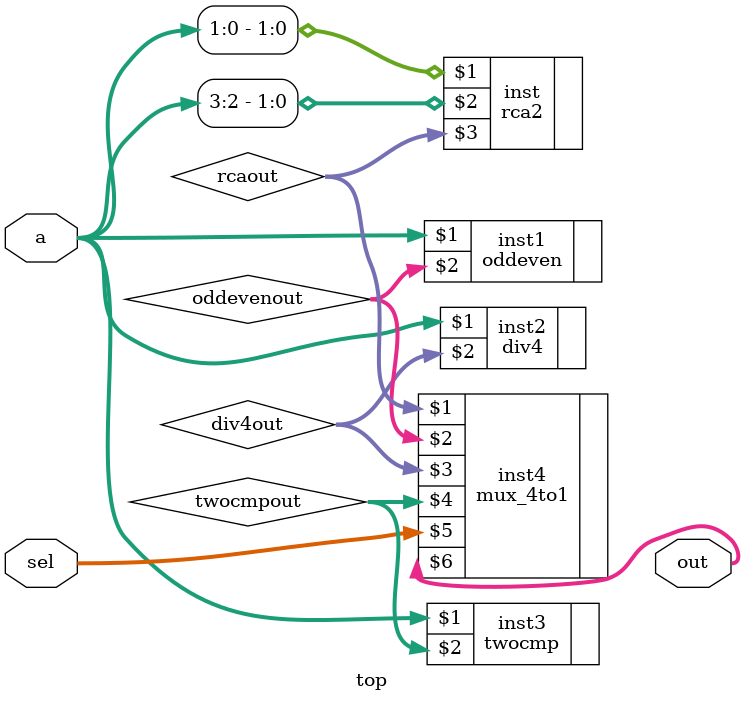
<source format=sv>
/*
	DESIGN NAME - TOP LEVEL DESIGN
    
    SPECIFICATION - WE HAVE A 4-BIT INPUT, A 2-BIT SELECTOR INPUT,
    				AND A 4-BIT OUTPUT. WE WILL DESIGN THE BLOCK DIAGRAM
                    AS SHOWN IN THE PDF.
                    
    TIPS FOR THE DESIGN - THIS TOP LEVEL DESIGN SHOULD BASICALLY BE JUST
    					  INSTANTIATIONS OF THE OTHER DESIGNS.
                          
    TIPS FOR THE RCA INST - SINCE THE RCA TAKES TWO 2-BIT INPUTS, WE WILL USE A[1:0] FOR
    						THE FIRST INPUT TO IT AND A[3:2] FOR THE SECOND INPUT TO IT.
    						


*/

`include "rca2.sv"
`include "oddeven.sv"
`include "div4.sv"
`include "twocmp.sv"
`include "mux_4to1.sv"

module top(a, sel, out);
  input  [3:0] a;
  input  [1:0] sel;
  output [3:0] out;
  
  // Declare any additional wires below -
  wire [3:0] rcaout, oddevenout, div4out, twocmpout;
  
  // Instantiate all the modules that you need below -
  
  rca2 inst(a[1:0], a[3:2], rcaout);
  oddeven inst1(a, oddevenout);
  div4 inst2(a, div4out);
  twocmp inst3(a, twocmpout);
  mux_4to1 inst4(rcaout, oddevenout, div4out, twocmpout, sel, out);

  
endmodule
</source>
